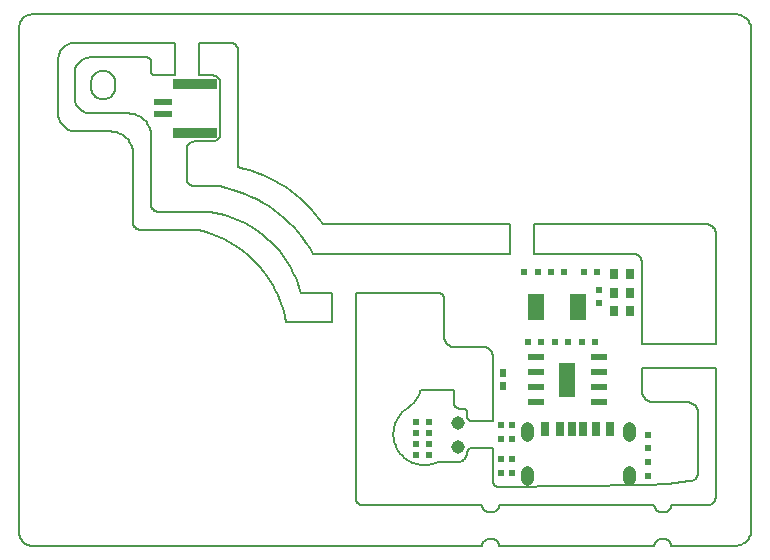
<source format=gtp>
G75*
G70*
%OFA0B0*%
%FSLAX24Y24*%
%IPPOS*%
%LPD*%
%AMOC8*
5,1,8,0,0,1.08239X$1,22.5*
%
%ADD10C,0.0050*%
%ADD11R,0.0197X0.0220*%
%ADD12R,0.0315X0.0472*%
%ADD13R,0.0250X0.0472*%
%ADD14C,0.0004*%
%ADD15C,0.0433*%
%ADD16R,0.0220X0.0197*%
%ADD17C,0.0450*%
%ADD18R,0.0600X0.0236*%
%ADD19R,0.1450X0.0350*%
%ADD20R,0.0197X0.0250*%
%ADD21R,0.0551X0.0236*%
%ADD22R,0.0551X0.1181*%
%ADD23R,0.0551X0.0906*%
%ADD24R,0.0250X0.0354*%
D10*
X000929Y000534D02*
X015972Y000534D01*
X015972Y000562D01*
X015976Y000590D01*
X015983Y000617D01*
X015994Y000643D01*
X016008Y000667D01*
X016025Y000689D01*
X016045Y000709D01*
X016067Y000726D01*
X016091Y000740D01*
X016117Y000751D01*
X016144Y000758D01*
X016172Y000762D01*
X016322Y000762D01*
X016350Y000758D01*
X016377Y000751D01*
X016403Y000740D01*
X016427Y000726D01*
X016449Y000709D01*
X016469Y000689D01*
X016486Y000667D01*
X016500Y000643D01*
X016511Y000617D01*
X016518Y000590D01*
X016522Y000562D01*
X016522Y000534D01*
X021709Y000534D01*
X021709Y000562D01*
X021713Y000590D01*
X021720Y000617D01*
X021731Y000643D01*
X021745Y000667D01*
X021762Y000689D01*
X021782Y000709D01*
X021804Y000726D01*
X021828Y000740D01*
X021854Y000751D01*
X021881Y000758D01*
X021909Y000762D01*
X022059Y000762D01*
X022088Y000758D01*
X022115Y000751D01*
X022141Y000741D01*
X022166Y000727D01*
X022189Y000710D01*
X022209Y000690D01*
X022227Y000668D01*
X022241Y000643D01*
X022253Y000617D01*
X022260Y000590D01*
X022264Y000562D01*
X022265Y000534D01*
X022264Y000534D02*
X024328Y000534D01*
X024327Y000533D02*
X024374Y000530D01*
X024420Y000531D01*
X024466Y000536D01*
X024512Y000544D01*
X024556Y000557D01*
X024600Y000573D01*
X024642Y000592D01*
X024682Y000615D01*
X024720Y000641D01*
X024756Y000671D01*
X024790Y000703D01*
X024821Y000737D01*
X024848Y000775D01*
X024873Y000814D01*
X024894Y000855D01*
X024912Y000898D01*
X024926Y000942D01*
X024936Y000987D01*
X024943Y001033D01*
X024943Y001034D02*
X024943Y017752D01*
X024943Y017753D02*
X024936Y017798D01*
X024926Y017844D01*
X024911Y017888D01*
X024894Y017930D01*
X024872Y017971D01*
X024848Y018011D01*
X024820Y018048D01*
X024789Y018082D01*
X024756Y018114D01*
X024720Y018143D01*
X024682Y018170D01*
X024641Y018192D01*
X024599Y018212D01*
X024556Y018228D01*
X024511Y018240D01*
X024466Y018248D01*
X024420Y018253D01*
X024374Y018254D01*
X024327Y018251D01*
X024328Y018250D02*
X000929Y018250D01*
X000930Y018250D02*
X000889Y018243D01*
X000849Y018233D01*
X000809Y018219D01*
X000772Y018201D01*
X000736Y018180D01*
X000702Y018156D01*
X000671Y018129D01*
X000642Y018099D01*
X000616Y018066D01*
X000593Y018032D01*
X000574Y017995D01*
X000558Y017956D01*
X000546Y017917D01*
X000537Y017876D01*
X000532Y017835D01*
X000531Y017793D01*
X000534Y017752D01*
X000534Y001034D01*
X000531Y000993D01*
X000532Y000951D01*
X000537Y000910D01*
X000545Y000869D01*
X000558Y000829D01*
X000574Y000791D01*
X000593Y000754D01*
X000616Y000719D01*
X000642Y000686D01*
X000670Y000656D01*
X000702Y000629D01*
X000736Y000604D01*
X000772Y000583D01*
X000809Y000565D01*
X000848Y000551D01*
X000889Y000541D01*
X000930Y000534D01*
X009437Y007981D02*
X009399Y008165D01*
X009352Y008348D01*
X009296Y008528D01*
X009232Y008705D01*
X009159Y008878D01*
X009077Y009048D01*
X008988Y009214D01*
X008890Y009375D01*
X008785Y009532D01*
X008672Y009683D01*
X008552Y009828D01*
X008425Y009967D01*
X008291Y010100D01*
X008151Y010226D01*
X008005Y010345D01*
X007854Y010457D01*
X007697Y010562D01*
X007535Y010659D01*
X007369Y010747D01*
X007199Y010828D01*
X007025Y010900D01*
X006847Y010964D01*
X006667Y011019D01*
X006484Y011065D01*
X004578Y011065D01*
X004548Y011067D01*
X004518Y011072D01*
X004489Y011081D01*
X004462Y011094D01*
X004436Y011109D01*
X004412Y011128D01*
X004391Y011149D01*
X004372Y011173D01*
X004357Y011199D01*
X004344Y011226D01*
X004335Y011255D01*
X004330Y011285D01*
X004328Y011315D01*
X004328Y013595D01*
X004326Y013649D01*
X004320Y013702D01*
X004311Y013754D01*
X004298Y013806D01*
X004281Y013857D01*
X004260Y013907D01*
X004236Y013954D01*
X004209Y014000D01*
X004178Y014044D01*
X004145Y014086D01*
X004108Y014125D01*
X004069Y014162D01*
X004027Y014195D01*
X003983Y014226D01*
X003937Y014253D01*
X003890Y014277D01*
X003840Y014298D01*
X003789Y014315D01*
X003737Y014328D01*
X003685Y014337D01*
X003632Y014343D01*
X003578Y014345D01*
X002387Y014345D01*
X002341Y014350D01*
X002296Y014359D01*
X002251Y014371D01*
X002207Y014386D01*
X002165Y014405D01*
X002124Y014428D01*
X002085Y014453D01*
X002048Y014481D01*
X002014Y014512D01*
X001982Y014546D01*
X001953Y014582D01*
X001927Y014621D01*
X001903Y014661D01*
X001884Y014703D01*
X001867Y014746D01*
X001854Y014791D01*
X001844Y014836D01*
X001838Y014882D01*
X001836Y014928D01*
X001837Y014975D01*
X001837Y016756D01*
X001839Y016801D01*
X001845Y016847D01*
X001854Y016891D01*
X001867Y016935D01*
X001883Y016977D01*
X001903Y017018D01*
X001927Y017057D01*
X001953Y017094D01*
X001982Y017129D01*
X002014Y017161D01*
X002049Y017190D01*
X002086Y017216D01*
X002125Y017240D01*
X002166Y017260D01*
X002208Y017276D01*
X002252Y017289D01*
X002296Y017298D01*
X002342Y017304D01*
X002387Y017306D01*
X005733Y017306D01*
X005733Y016215D01*
X005078Y016215D01*
X005055Y016217D01*
X005032Y016222D01*
X005010Y016231D01*
X004990Y016244D01*
X004972Y016259D01*
X004957Y016277D01*
X004944Y016297D01*
X004935Y016319D01*
X004930Y016342D01*
X004928Y016365D01*
X004928Y016665D01*
X004926Y016688D01*
X004921Y016711D01*
X004912Y016733D01*
X004899Y016753D01*
X004884Y016771D01*
X004866Y016786D01*
X004846Y016799D01*
X004824Y016808D01*
X004801Y016813D01*
X004778Y016815D01*
X002928Y016815D01*
X002883Y016813D01*
X002837Y016807D01*
X002793Y016798D01*
X002749Y016785D01*
X002707Y016769D01*
X002666Y016749D01*
X002627Y016725D01*
X002590Y016699D01*
X002555Y016670D01*
X002523Y016638D01*
X002494Y016603D01*
X002468Y016566D01*
X002444Y016527D01*
X002424Y016486D01*
X002408Y016444D01*
X002395Y016400D01*
X002386Y016356D01*
X002380Y016310D01*
X002378Y016265D01*
X002378Y015495D01*
X002380Y015450D01*
X002386Y015404D01*
X002395Y015360D01*
X002408Y015316D01*
X002424Y015274D01*
X002444Y015233D01*
X002468Y015194D01*
X002494Y015157D01*
X002523Y015122D01*
X002555Y015090D01*
X002590Y015061D01*
X002627Y015035D01*
X002666Y015011D01*
X002707Y014991D01*
X002749Y014975D01*
X002793Y014962D01*
X002837Y014953D01*
X002883Y014947D01*
X002928Y014945D01*
X004178Y014945D01*
X004232Y014943D01*
X004285Y014937D01*
X004337Y014928D01*
X004389Y014915D01*
X004440Y014898D01*
X004490Y014877D01*
X004537Y014853D01*
X004583Y014826D01*
X004627Y014795D01*
X004669Y014762D01*
X004708Y014725D01*
X004745Y014686D01*
X004778Y014644D01*
X004809Y014600D01*
X004836Y014554D01*
X004860Y014507D01*
X004881Y014457D01*
X004898Y014406D01*
X004911Y014354D01*
X004920Y014302D01*
X004926Y014249D01*
X004928Y014195D01*
X004928Y011915D01*
X004930Y011885D01*
X004935Y011855D01*
X004944Y011826D01*
X004957Y011799D01*
X004972Y011773D01*
X004991Y011749D01*
X005012Y011728D01*
X005036Y011709D01*
X005062Y011694D01*
X005089Y011681D01*
X005118Y011672D01*
X005148Y011667D01*
X005178Y011665D01*
X006878Y011665D01*
X007228Y012515D02*
X006378Y012515D01*
X006348Y012517D01*
X006318Y012522D01*
X006289Y012531D01*
X006262Y012544D01*
X006236Y012559D01*
X006212Y012578D01*
X006191Y012599D01*
X006172Y012623D01*
X006157Y012649D01*
X006144Y012676D01*
X006135Y012705D01*
X006130Y012735D01*
X006128Y012765D01*
X006128Y013765D01*
X006130Y013795D01*
X006135Y013825D01*
X006144Y013854D01*
X006157Y013881D01*
X006172Y013907D01*
X006191Y013931D01*
X006212Y013952D01*
X006236Y013971D01*
X006262Y013986D01*
X006289Y013999D01*
X006318Y014008D01*
X006348Y014013D01*
X006378Y014015D01*
X006978Y014015D01*
X007008Y014017D01*
X007038Y014022D01*
X007067Y014031D01*
X007094Y014044D01*
X007120Y014059D01*
X007144Y014078D01*
X007165Y014099D01*
X007184Y014123D01*
X007199Y014149D01*
X007212Y014176D01*
X007221Y014205D01*
X007226Y014235D01*
X007228Y014265D01*
X007228Y015965D01*
X007226Y015995D01*
X007221Y016025D01*
X007212Y016054D01*
X007199Y016081D01*
X007184Y016107D01*
X007165Y016131D01*
X007144Y016152D01*
X007120Y016171D01*
X007094Y016186D01*
X007067Y016199D01*
X007038Y016208D01*
X007008Y016213D01*
X006978Y016215D01*
X006521Y016215D01*
X006521Y017306D01*
X007568Y017306D01*
X007569Y017306D02*
X007599Y017304D01*
X007628Y017299D01*
X007657Y017291D01*
X007684Y017279D01*
X007710Y017263D01*
X007734Y017245D01*
X007755Y017224D01*
X007774Y017201D01*
X007790Y017175D01*
X007802Y017148D01*
X007811Y017119D01*
X007817Y017090D01*
X007819Y017060D01*
X007818Y017060D02*
X007818Y013156D01*
X010657Y011256D02*
X016908Y011256D01*
X016908Y010259D01*
X010328Y010259D01*
X009928Y008965D02*
X010960Y008965D01*
X010960Y007981D01*
X009437Y007981D01*
X011747Y008965D02*
X011747Y002142D01*
X011747Y002141D02*
X011748Y002112D01*
X011752Y002083D01*
X011760Y002054D01*
X011771Y002027D01*
X011786Y002001D01*
X011803Y001977D01*
X011823Y001955D01*
X011846Y001936D01*
X011871Y001920D01*
X011897Y001907D01*
X011925Y001897D01*
X011954Y001891D01*
X011984Y001888D01*
X011983Y001888D02*
X015972Y001888D01*
X015972Y001860D01*
X015976Y001832D01*
X015983Y001805D01*
X015994Y001779D01*
X016008Y001755D01*
X016025Y001733D01*
X016045Y001713D01*
X016067Y001696D01*
X016091Y001682D01*
X016117Y001671D01*
X016144Y001664D01*
X016172Y001660D01*
X016322Y001660D01*
X016350Y001664D01*
X016377Y001671D01*
X016403Y001682D01*
X016427Y001696D01*
X016449Y001713D01*
X016469Y001733D01*
X016486Y001755D01*
X016500Y001779D01*
X016511Y001805D01*
X016518Y001832D01*
X016522Y001860D01*
X016522Y001888D01*
X021709Y001888D01*
X021709Y001860D01*
X021713Y001832D01*
X021720Y001805D01*
X021731Y001779D01*
X021745Y001755D01*
X021762Y001733D01*
X021782Y001713D01*
X021804Y001696D01*
X021828Y001682D01*
X021854Y001671D01*
X021881Y001664D01*
X021909Y001660D01*
X022059Y001660D01*
X022088Y001664D01*
X022115Y001671D01*
X022141Y001681D01*
X022166Y001695D01*
X022189Y001712D01*
X022209Y001732D01*
X022227Y001754D01*
X022241Y001779D01*
X022253Y001805D01*
X022260Y001832D01*
X022264Y001860D01*
X022265Y001888D01*
X022264Y001888D02*
X023464Y001888D01*
X023497Y001890D01*
X023530Y001896D01*
X023562Y001905D01*
X023592Y001918D01*
X023621Y001935D01*
X023648Y001954D01*
X023673Y001976D01*
X023695Y002001D01*
X023714Y002028D01*
X023730Y002058D01*
X023742Y002088D01*
X023751Y002120D01*
X023756Y002153D01*
X023758Y002186D01*
X023758Y006464D01*
X021278Y006464D01*
X021278Y005715D01*
X021282Y005676D01*
X021290Y005637D01*
X021301Y005600D01*
X021315Y005563D01*
X021333Y005528D01*
X021355Y005495D01*
X021379Y005464D01*
X021406Y005435D01*
X021435Y005409D01*
X021467Y005386D01*
X021500Y005365D01*
X021536Y005348D01*
X021573Y005334D01*
X021611Y005324D01*
X021649Y005317D01*
X021689Y005314D01*
X021728Y005315D01*
X022828Y005315D01*
X022827Y005316D02*
X022863Y005311D01*
X022899Y005303D01*
X022933Y005291D01*
X022967Y005276D01*
X022998Y005258D01*
X023028Y005237D01*
X023055Y005213D01*
X023080Y005186D01*
X023102Y005157D01*
X023121Y005126D01*
X023137Y005094D01*
X023150Y005059D01*
X023160Y005024D01*
X023166Y004988D01*
X023168Y004952D01*
X023167Y004916D01*
X023167Y004915D02*
X023167Y002977D01*
X023165Y002944D01*
X023160Y002912D01*
X023151Y002880D01*
X023138Y002849D01*
X023122Y002821D01*
X023103Y002794D01*
X023081Y002769D01*
X023056Y002747D01*
X023029Y002728D01*
X023001Y002712D01*
X022970Y002699D01*
X022938Y002690D01*
X022906Y002685D01*
X022873Y002683D01*
X021424Y002565D02*
X016564Y002479D01*
X016534Y002481D01*
X016504Y002486D01*
X016475Y002495D01*
X016448Y002508D01*
X016422Y002523D01*
X016398Y002542D01*
X016377Y002563D01*
X016358Y002587D01*
X016343Y002613D01*
X016330Y002640D01*
X016321Y002669D01*
X016316Y002699D01*
X016314Y002729D01*
X016314Y003798D01*
X015645Y003798D01*
X015622Y003799D01*
X015599Y003796D01*
X015576Y003790D01*
X015555Y003780D01*
X015535Y003768D01*
X015517Y003753D01*
X015502Y003736D01*
X015489Y003716D01*
X015479Y003695D01*
X015472Y003673D01*
X015469Y003650D01*
X015468Y003649D02*
X015467Y003616D01*
X015462Y003583D01*
X015453Y003551D01*
X015442Y003520D01*
X015427Y003490D01*
X015409Y003462D01*
X015388Y003436D01*
X015365Y003412D01*
X015340Y003391D01*
X015312Y003372D01*
X015282Y003357D01*
X015251Y003345D01*
X015219Y003336D01*
X015186Y003330D01*
X015153Y003328D01*
X014493Y003328D01*
X014436Y003302D01*
X014377Y003280D01*
X014317Y003262D01*
X014255Y003248D01*
X014193Y003237D01*
X014131Y003230D01*
X014068Y003226D01*
X014005Y003227D01*
X013942Y003231D01*
X013880Y003239D01*
X013818Y003251D01*
X013757Y003267D01*
X013697Y003286D01*
X013639Y003309D01*
X013582Y003335D01*
X013526Y003365D01*
X013473Y003398D01*
X013421Y003434D01*
X013372Y003473D01*
X013326Y003515D01*
X013281Y003560D01*
X013240Y003608D01*
X013202Y003658D01*
X013167Y003710D01*
X013135Y003764D01*
X013106Y003820D01*
X013081Y003878D01*
X013059Y003937D01*
X013041Y003997D01*
X013027Y004058D01*
X013016Y004120D01*
X013009Y004183D01*
X013006Y004246D01*
X013007Y004308D01*
X013011Y004371D01*
X013020Y004434D01*
X013032Y004495D01*
X013048Y004556D01*
X013067Y004616D01*
X013090Y004675D01*
X013117Y004732D01*
X013147Y004787D01*
X013180Y004840D01*
X013216Y004892D01*
X013256Y004941D01*
X013298Y004987D01*
X013343Y005031D01*
X013391Y005072D01*
X013441Y005110D01*
X013928Y005738D02*
X015028Y005738D01*
X015028Y005288D01*
X015029Y005288D02*
X015028Y005264D01*
X015031Y005241D01*
X015038Y005219D01*
X015047Y005197D01*
X015059Y005177D01*
X015075Y005160D01*
X015092Y005144D01*
X015112Y005131D01*
X015133Y005121D01*
X015155Y005114D01*
X015178Y005111D01*
X015178Y005110D02*
X015318Y005110D01*
X015341Y005106D01*
X015363Y005100D01*
X015384Y005091D01*
X015403Y005078D01*
X015421Y005063D01*
X015436Y005046D01*
X015448Y005027D01*
X015458Y005006D01*
X015464Y004984D01*
X015468Y004961D01*
X015468Y004938D01*
X015468Y004876D01*
X015469Y004876D02*
X015468Y004853D01*
X015471Y004830D01*
X015477Y004808D01*
X015486Y004787D01*
X015498Y004767D01*
X015512Y004749D01*
X015529Y004733D01*
X015548Y004720D01*
X015569Y004710D01*
X015591Y004703D01*
X015614Y004699D01*
X015613Y004698D02*
X016314Y004698D01*
X016314Y006881D01*
X016314Y006880D02*
X016310Y006913D01*
X016303Y006944D01*
X016293Y006975D01*
X016279Y007005D01*
X016262Y007032D01*
X016242Y007058D01*
X016219Y007081D01*
X016193Y007101D01*
X016166Y007119D01*
X016137Y007133D01*
X016106Y007144D01*
X016074Y007152D01*
X016042Y007155D01*
X016010Y007156D01*
X016009Y007156D02*
X015014Y007156D01*
X014979Y007160D01*
X014944Y007169D01*
X014910Y007180D01*
X014878Y007195D01*
X014847Y007214D01*
X014819Y007236D01*
X014793Y007260D01*
X014770Y007287D01*
X014749Y007316D01*
X014732Y007348D01*
X014718Y007381D01*
X014708Y007415D01*
X014701Y007450D01*
X014698Y007485D01*
X014699Y007521D01*
X014699Y008765D01*
X014700Y008765D02*
X014697Y008792D01*
X014690Y008819D01*
X014680Y008845D01*
X014666Y008869D01*
X014650Y008891D01*
X014630Y008911D01*
X014609Y008928D01*
X014585Y008942D01*
X014560Y008953D01*
X014533Y008960D01*
X014506Y008964D01*
X014478Y008965D01*
X011747Y008965D01*
X013928Y005738D02*
X013910Y005678D01*
X013888Y005619D01*
X013862Y005562D01*
X013833Y005506D01*
X013801Y005453D01*
X013765Y005401D01*
X013727Y005351D01*
X013686Y005304D01*
X013641Y005259D01*
X013595Y005218D01*
X013545Y005179D01*
X013494Y005143D01*
X013440Y005110D01*
X010657Y011256D02*
X010530Y011434D01*
X010394Y011605D01*
X010250Y011770D01*
X010099Y011928D01*
X009940Y012078D01*
X009774Y012221D01*
X009601Y012356D01*
X009422Y012482D01*
X009238Y012599D01*
X009047Y012707D01*
X008852Y012806D01*
X008653Y012896D01*
X008449Y012976D01*
X008242Y013046D01*
X008031Y013106D01*
X007818Y013156D01*
X003728Y015815D02*
X003728Y015965D01*
X003726Y016004D01*
X003720Y016043D01*
X003711Y016081D01*
X003698Y016118D01*
X003681Y016154D01*
X003661Y016187D01*
X003637Y016219D01*
X003611Y016248D01*
X003582Y016274D01*
X003550Y016298D01*
X003517Y016318D01*
X003481Y016335D01*
X003444Y016348D01*
X003406Y016357D01*
X003367Y016363D01*
X003328Y016365D01*
X003289Y016363D01*
X003250Y016357D01*
X003212Y016348D01*
X003175Y016335D01*
X003139Y016318D01*
X003106Y016298D01*
X003074Y016274D01*
X003045Y016248D01*
X003019Y016219D01*
X002995Y016187D01*
X002975Y016154D01*
X002958Y016118D01*
X002945Y016081D01*
X002936Y016043D01*
X002930Y016004D01*
X002928Y015965D01*
X002928Y015815D01*
X002930Y015776D01*
X002936Y015737D01*
X002945Y015699D01*
X002958Y015662D01*
X002975Y015626D01*
X002995Y015593D01*
X003019Y015561D01*
X003045Y015532D01*
X003074Y015506D01*
X003106Y015482D01*
X003139Y015462D01*
X003175Y015445D01*
X003212Y015432D01*
X003250Y015423D01*
X003289Y015417D01*
X003328Y015415D01*
X003367Y015417D01*
X003406Y015423D01*
X003444Y015432D01*
X003481Y015445D01*
X003517Y015462D01*
X003550Y015482D01*
X003582Y015506D01*
X003611Y015532D01*
X003637Y015561D01*
X003661Y015593D01*
X003681Y015626D01*
X003698Y015662D01*
X003711Y015699D01*
X003720Y015737D01*
X003726Y015776D01*
X003728Y015815D01*
X007228Y012515D02*
X007443Y012468D01*
X007655Y012410D01*
X007864Y012342D01*
X008070Y012264D01*
X008271Y012176D01*
X008469Y012079D01*
X008661Y011972D01*
X008847Y011856D01*
X009028Y011730D01*
X009203Y011597D01*
X009371Y011455D01*
X009532Y011305D01*
X009685Y011147D01*
X009831Y010983D01*
X009968Y010811D01*
X010097Y010633D01*
X010217Y010449D01*
X010328Y010259D01*
X009928Y008965D02*
X009877Y009137D01*
X009818Y009307D01*
X009751Y009474D01*
X009675Y009637D01*
X009592Y009797D01*
X009501Y009952D01*
X009403Y010102D01*
X009298Y010248D01*
X009185Y010388D01*
X009066Y010523D01*
X008941Y010652D01*
X008809Y010774D01*
X008671Y010890D01*
X008528Y010999D01*
X008380Y011101D01*
X008227Y011195D01*
X008070Y011282D01*
X007909Y011362D01*
X007744Y011433D01*
X007576Y011496D01*
X007404Y011551D01*
X007231Y011598D01*
X007055Y011636D01*
X006878Y011665D01*
X017695Y011256D02*
X017695Y010259D01*
X021028Y010259D01*
X021058Y010258D01*
X021087Y010253D01*
X021116Y010244D01*
X021143Y010232D01*
X021169Y010217D01*
X021192Y010199D01*
X021214Y010178D01*
X021232Y010155D01*
X021248Y010130D01*
X021261Y010103D01*
X021270Y010074D01*
X021276Y010045D01*
X021278Y010015D01*
X021278Y007252D01*
X023758Y007252D01*
X023758Y010915D01*
X023757Y010916D02*
X023756Y010951D01*
X023751Y010985D01*
X023742Y011019D01*
X023730Y011052D01*
X023715Y011084D01*
X023696Y011114D01*
X023674Y011141D01*
X023650Y011166D01*
X023623Y011189D01*
X023594Y011208D01*
X023563Y011225D01*
X023531Y011238D01*
X023497Y011248D01*
X023462Y011254D01*
X023427Y011256D01*
X023428Y011256D02*
X017695Y011256D01*
X021424Y002565D02*
X022150Y002608D01*
X022873Y002683D01*
D11*
X021484Y002875D03*
X021484Y003322D03*
X021484Y003789D03*
X021484Y004235D03*
X016960Y004110D03*
X016600Y004110D03*
X016600Y004557D03*
X016960Y004557D03*
X016960Y003415D03*
X016600Y003415D03*
X016600Y002968D03*
X016960Y002968D03*
X019867Y008614D03*
X019867Y009061D03*
D12*
X019745Y004411D03*
X020229Y004411D03*
X018548Y004411D03*
X018064Y004411D03*
D13*
X018950Y004411D03*
X019343Y004411D03*
D14*
X020739Y004483D02*
X020739Y004238D01*
X020741Y004218D01*
X020746Y004199D01*
X020755Y004181D01*
X020767Y004165D01*
X020782Y004152D01*
X020799Y004141D01*
X020817Y004134D01*
X020837Y004130D01*
X020857Y004130D01*
X020877Y004134D01*
X020895Y004141D01*
X020912Y004152D01*
X020927Y004165D01*
X020939Y004181D01*
X020948Y004199D01*
X020953Y004218D01*
X020955Y004238D01*
X020956Y004238D02*
X020956Y004483D01*
X020955Y004483D02*
X020953Y004503D01*
X020948Y004522D01*
X020939Y004540D01*
X020927Y004556D01*
X020912Y004569D01*
X020895Y004580D01*
X020877Y004587D01*
X020857Y004591D01*
X020837Y004591D01*
X020817Y004587D01*
X020799Y004580D01*
X020782Y004569D01*
X020767Y004556D01*
X020755Y004540D01*
X020746Y004522D01*
X020741Y004503D01*
X020739Y004483D01*
X020739Y002986D02*
X020739Y002742D01*
X020741Y002722D01*
X020746Y002703D01*
X020755Y002685D01*
X020767Y002669D01*
X020782Y002656D01*
X020799Y002645D01*
X020817Y002638D01*
X020837Y002634D01*
X020857Y002634D01*
X020877Y002638D01*
X020895Y002645D01*
X020912Y002656D01*
X020927Y002669D01*
X020939Y002685D01*
X020948Y002703D01*
X020953Y002722D01*
X020955Y002742D01*
X020956Y002742D02*
X020956Y002986D01*
X020955Y002986D02*
X020953Y003006D01*
X020948Y003025D01*
X020939Y003043D01*
X020927Y003059D01*
X020912Y003072D01*
X020895Y003083D01*
X020877Y003090D01*
X020857Y003094D01*
X020837Y003094D01*
X020817Y003090D01*
X020799Y003083D01*
X020782Y003072D01*
X020767Y003059D01*
X020755Y003043D01*
X020746Y003025D01*
X020741Y003006D01*
X020739Y002986D01*
X017554Y002986D02*
X017554Y002742D01*
X017552Y002722D01*
X017547Y002703D01*
X017538Y002685D01*
X017526Y002669D01*
X017511Y002656D01*
X017494Y002645D01*
X017476Y002638D01*
X017456Y002634D01*
X017436Y002634D01*
X017416Y002638D01*
X017398Y002645D01*
X017381Y002656D01*
X017366Y002669D01*
X017354Y002685D01*
X017345Y002703D01*
X017340Y002722D01*
X017338Y002742D01*
X017338Y002986D01*
X017340Y003006D01*
X017345Y003025D01*
X017354Y003043D01*
X017366Y003059D01*
X017381Y003072D01*
X017398Y003083D01*
X017416Y003090D01*
X017436Y003094D01*
X017456Y003094D01*
X017476Y003090D01*
X017494Y003083D01*
X017511Y003072D01*
X017526Y003059D01*
X017538Y003043D01*
X017547Y003025D01*
X017552Y003006D01*
X017554Y002986D01*
X017554Y004238D02*
X017554Y004483D01*
X017552Y004503D01*
X017547Y004522D01*
X017538Y004540D01*
X017526Y004556D01*
X017511Y004569D01*
X017494Y004580D01*
X017476Y004587D01*
X017456Y004591D01*
X017436Y004591D01*
X017416Y004587D01*
X017398Y004580D01*
X017381Y004569D01*
X017366Y004556D01*
X017354Y004540D01*
X017345Y004522D01*
X017340Y004503D01*
X017338Y004483D01*
X017338Y004238D01*
X017340Y004218D01*
X017345Y004199D01*
X017354Y004181D01*
X017366Y004165D01*
X017381Y004152D01*
X017398Y004141D01*
X017416Y004134D01*
X017436Y004130D01*
X017456Y004130D01*
X017476Y004134D01*
X017494Y004141D01*
X017511Y004152D01*
X017526Y004165D01*
X017538Y004181D01*
X017547Y004199D01*
X017552Y004218D01*
X017554Y004238D01*
D15*
X017446Y004477D02*
X017446Y004477D01*
X017446Y004241D01*
X017446Y004241D01*
X017446Y004477D01*
X017446Y002980D02*
X017446Y002980D01*
X017446Y002744D01*
X017446Y002744D01*
X017446Y002980D01*
X020847Y002980D02*
X020847Y002980D01*
X020847Y002744D01*
X020847Y002744D01*
X020847Y002980D01*
X020847Y004477D02*
X020847Y004477D01*
X020847Y004241D01*
X020847Y004241D01*
X020847Y004477D01*
D16*
X019726Y007314D03*
X019280Y007314D03*
X018826Y007314D03*
X018380Y007314D03*
X017926Y007314D03*
X017480Y007314D03*
X017370Y009646D03*
X017817Y009646D03*
X018250Y009646D03*
X018697Y009646D03*
X019350Y009646D03*
X019797Y009646D03*
X014191Y004650D03*
X014191Y004290D03*
X014191Y003930D03*
X014191Y003570D03*
X013745Y003570D03*
X013745Y003930D03*
X013745Y004290D03*
X013745Y004650D03*
D17*
X015168Y004640D03*
X015168Y003840D03*
D18*
X005334Y014918D03*
X005334Y015312D03*
D19*
X006378Y015924D03*
X006378Y014307D03*
D20*
X016660Y006284D03*
X016660Y005844D03*
D21*
X017760Y005823D03*
X017760Y006323D03*
X017760Y006823D03*
X017760Y005323D03*
X019846Y005323D03*
X019846Y005823D03*
X019846Y006323D03*
X019846Y006823D03*
D22*
X018803Y006073D03*
D23*
X019152Y008483D03*
X017754Y008483D03*
D24*
X020350Y008358D03*
X020897Y008358D03*
X020897Y008977D03*
X020350Y008977D03*
X020350Y009596D03*
X020897Y009596D03*
M02*

</source>
